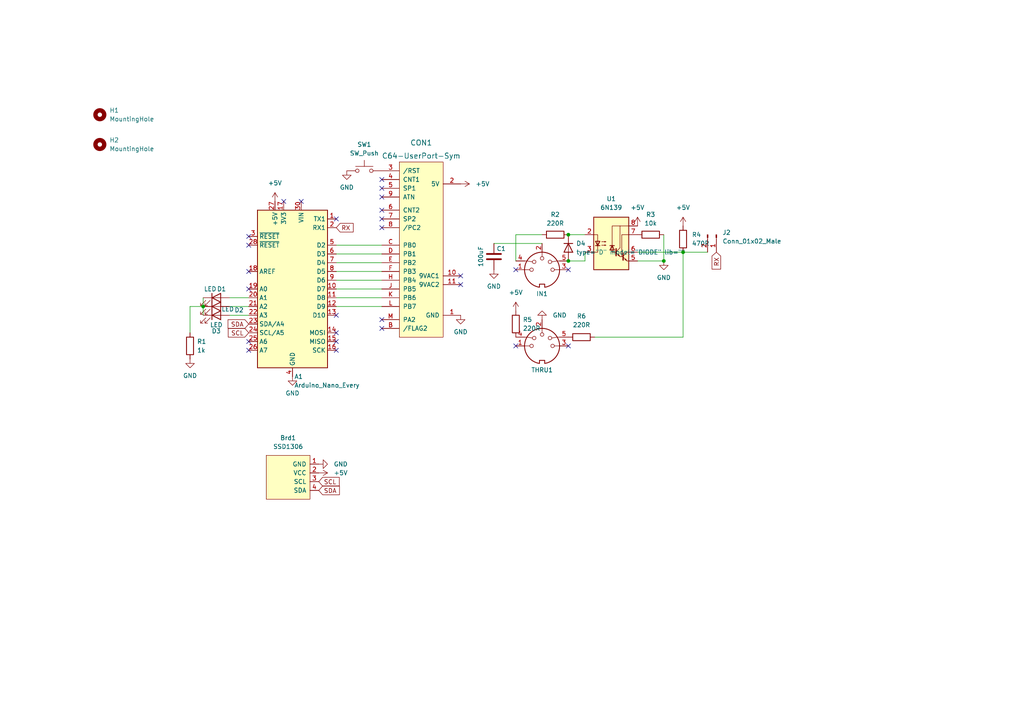
<source format=kicad_sch>
(kicad_sch (version 20211123) (generator eeschema)
  (paper "A4")
  (title_block (title "PolyTimb64 by Gelbecillo") (date "2024-04-08") (rev "1.0") (company "M.Angelini"))
  (lib_symbols
    (symbol "Connector:Conn_01x02_Male" (pin_names (offset 1.016) hide)
      (property "Reference" "J" (at 0 2.54 0))
      (property "Value" "Conn_01x02_Male" (at 0 -5.08 0))
      (symbol "Conn_01x02_Male_1_1"
        (polyline (pts (xy 1.27 -2.54) (xy 0.8636 -2.54)) (stroke (width 0.1524)))
        (polyline (pts (xy 1.27 0) (xy 0.8636 0)) (stroke (width 0.1524)))
        (rectangle (start 0.8636 -2.413) (end 0 -2.667) (stroke (width 0.1524)) (fill (type outline)))
        (rectangle (start 0.8636 0.127) (end 0 -0.127) (stroke (width 0.1524)) (fill (type outline)))
        (pin passive line (at 5.08 0 180) (length 3.81) (name "Pin_1") (number "1"))
        (pin passive line (at 5.08 -2.54 180) (length 3.81) (name "Pin_2") (number "2"))
      )
    )
    (symbol "Connector:DIN-5_180degree" (pin_names (offset 1.016))
      (property "Reference" "J" (at 3.175 5.715 0))
      (property "Value" "DIN-5_180degree" (at 0 -6.35 0))
      (symbol "DIN-5_180degree_0_1"
        (arc (start -5.08 0) (mid -3.8609 -3.3364) (end -0.762 -5.08) (stroke (width 0.254)))
        (circle (center -3.048 0) (radius 0.508))
        (circle (center -2.286 2.286) (radius 0.508))
        (polyline (pts (xy -5.08 0) (xy -3.556 0)))
        (polyline (pts (xy 0 5.08) (xy 0 3.81)))
        (polyline (pts (xy 5.08 0) (xy 3.556 0)))
        (polyline (pts (xy -5.08 2.54) (xy -4.318 2.54) (xy -2.794 2.286)))
        (polyline (pts (xy 5.08 2.54) (xy 4.318 2.54) (xy 2.794 2.286)))
        (polyline (pts (xy -0.762 -4.953) (xy -0.762 -4.191) (xy 0.762 -4.191) (xy 0.762 -4.953)) (stroke (width 0.254)))
        (circle (center 0 3.302) (radius 0.508))
        (arc (start 0.762 -5.08) (mid 3.8685 -3.343) (end 5.08 0) (stroke (width 0.254)))
        (circle (center 2.286 2.286) (radius 0.508))
        (circle (center 3.048 0) (radius 0.508))
        (arc (start 5.08 0) (mid 0 5.08) (end -5.08 0) (stroke (width 0.254)))
      )
      (symbol "DIN-5_180degree_1_1"
        (pin passive line (at -7.62 0 0) (length 2.54) (name "~") (number "1"))
        (pin passive line (at 0 7.62 270) (length 2.54) (name "~") (number "2"))
        (pin passive line (at 7.62 0 180) (length 2.54) (name "~") (number "3"))
        (pin passive line (at -7.62 2.54 0) (length 2.54) (name "~") (number "4"))
        (pin passive line (at 7.62 2.54 180) (length 2.54) (name "~") (number "5"))
      )
    )
    (symbol "Device:C" (pin_numbers hide) (pin_names (offset 0.254))
      (property "Reference" "C" (at 0.635 2.54 0))
      (property "Value" "C" (at 0.635 -2.54 0))
      (symbol "C_0_1"
        (polyline (pts (xy -2.032 -0.762) (xy 2.032 -0.762)) (stroke (width 0.508)))
        (polyline (pts (xy -2.032 0.762) (xy 2.032 0.762)) (stroke (width 0.508)))
      )
      (symbol "C_1_1"
        (pin passive line (at 0 3.81 270) (length 2.794) (name "~") (number "1"))
        (pin passive line (at 0 -3.81 90) (length 2.794) (name "~") (number "2"))
      )
    )
    (symbol "Device:LED" (pin_numbers hide) (pin_names (offset 1.016) hide)
      (property "Reference" "D" (at 0 2.54 0))
      (property "Value" "LED" (at 0 -2.54 0))
      (symbol "LED_0_1"
        (polyline (pts (xy -1.27 -1.27) (xy -1.27 1.27)) (stroke (width 0.254)))
        (polyline (pts (xy -1.27 0) (xy 1.27 0)))
        (polyline (pts (xy 1.27 -1.27) (xy 1.27 1.27) (xy -1.27 0) (xy 1.27 -1.27)) (stroke (width 0.254)))
        (polyline (pts (xy -3.048 -0.762) (xy -4.572 -2.286) (xy -3.81 -2.286) (xy -4.572 -2.286) (xy -4.572 -1.524)))
        (polyline (pts (xy -1.778 -0.762) (xy -3.302 -2.286) (xy -2.54 -2.286) (xy -3.302 -2.286) (xy -3.302 -1.524)))
      )
      (symbol "LED_1_1"
        (pin passive line (at -3.81 0 0) (length 2.54) (name "K") (number "1"))
        (pin passive line (at 3.81 0 180) (length 2.54) (name "A") (number "2"))
      )
    )
    (symbol "Device:R" (pin_numbers hide) (pin_names (offset 0))
      (property "Reference" "R" (at 2.032 0 90))
      (property "Value" "R" (at 0 0 90))
      (symbol "R_0_1"
        (rectangle (start -1.016 -2.54) (end 1.016 2.54) (stroke (width 0.254)))
      )
      (symbol "R_1_1"
        (pin passive line (at 0 3.81 270) (length 1.27) (name "~") (number "1"))
        (pin passive line (at 0 -3.81 90) (length 1.27) (name "~") (number "2"))
      )
    )
    (symbol "Isolator:6N139" (pin_names (offset 1.016) hide)
      (property "Reference" "U" (at -4.064 8.89 0))
      (property "Value" "6N139" (at 2.286 8.89 0))
      (symbol "6N139_0_1"
        (rectangle (start -5.08 7.62) (end 5.08 -7.62) (stroke (width 0.254)) (fill (type background)))
        (polyline (pts (xy -4.572 -0.635) (xy -3.302 -0.635)) (stroke (width 0.254)))
        (polyline (pts (xy 0.889 -0.635) (xy -0.381 -0.635)) (stroke (width 0.254)))
        (polyline (pts (xy 1.397 -2.667) (xy 2.54 -3.81)))
        (polyline (pts (xy 1.397 -2.413) (xy 2.54 -1.27)))
        (polyline (pts (xy 2.54 -3.81) (xy 3.175 -3.81)))
        (polyline (pts (xy 3.429 -3.937) (xy 4.572 -5.08)))
        (polyline (pts (xy 3.429 -3.683) (xy 4.572 -2.54)))
        (polyline (pts (xy 4.572 -5.08) (xy 5.08 -5.08)))
        (polyline (pts (xy 4.572 -2.54) (xy 5.08 -2.54)))
        (polyline (pts (xy 1.397 -1.524) (xy 1.397 -3.556) (xy 1.397 -3.556)) (stroke (width 0.3556)))
        (polyline (pts (xy 2.54 -1.27) (xy 2.54 5.08) (xy 5.08 5.08)))
        (polyline (pts (xy 3.429 -2.794) (xy 3.429 -4.826) (xy 3.429 -4.826)) (stroke (width 0.3556)))
        (polyline (pts (xy 5.08 2.54) (xy 3.048 2.54) (xy 3.048 -3.81)))
        (polyline (pts (xy -5.08 -2.54) (xy -3.937 -2.54) (xy -3.937 2.54) (xy -5.08 2.54)))
        (polyline (pts (xy -3.937 -0.635) (xy -4.572 0.635) (xy -3.302 0.635) (xy -3.937 -0.635)) (stroke (width 0.254)))
        (polyline (pts (xy 0.254 -0.635) (xy 0.889 -1.905) (xy -0.381 -1.905) (xy 0.254 -0.635)) (stroke (width 0.254)))
        (polyline (pts (xy 1.27 -2.54) (xy 0.254 -2.54) (xy 0.254 5.08) (xy 2.54 5.08)))
        (polyline (pts (xy 2.413 -3.683) (xy 2.159 -3.175) (xy 1.905 -3.429) (xy 2.413 -3.683)))
        (polyline (pts (xy 4.445 -4.953) (xy 4.191 -4.445) (xy 3.937 -4.699) (xy 4.445 -4.953)))
        (polyline (pts (xy -2.794 -0.508) (xy -1.524 -0.508) (xy -1.905 -0.635) (xy -1.905 -0.381) (xy -1.524 -0.508)))
        (polyline (pts (xy -2.794 0.508) (xy -1.524 0.508) (xy -1.905 0.381) (xy -1.905 0.635) (xy -1.524 0.508)))
      )
      (symbol "6N139_1_1"
        (pin no_connect line (at -5.08 5.08 0) (length 2.54) hide (name "NC") (number "1"))
        (pin passive line (at -7.62 2.54 0) (length 2.54) (name "C1") (number "2"))
        (pin passive line (at -7.62 -2.54 0) (length 2.54) (name "C2") (number "3"))
        (pin no_connect line (at -5.08 -5.08 0) (length 2.54) hide (name "NC") (number "4"))
        (pin passive line (at 7.62 -5.08 180) (length 2.54) (name "GND") (number "5"))
        (pin passive line (at 7.62 -2.54 180) (length 2.54) (name "VO2") (number "6"))
        (pin passive line (at 7.62 2.54 180) (length 2.54) (name "VO1") (number "7"))
        (pin passive line (at 7.62 5.08 180) (length 2.54) (name "VCC") (number "8"))
      )
    )
    (symbol "MCU_Module:Arduino_Nano_Every"
      (property "Reference" "A" (at -10.16 23.495 0))
      (property "Value" "Arduino_Nano_Every" (at 5.08 -24.13 0))
      (symbol "Arduino_Nano_Every_0_1"
        (rectangle (start -10.16 22.86) (end 10.16 -22.86) (stroke (width 0.254)) (fill (type background)))
      )
      (symbol "Arduino_Nano_Every_1_1"
        (pin bidirectional line (at -12.7 20.32 0) (length 2.54) (name "TX1") (number "1"))
        (pin bidirectional line (at -12.7 0 0) (length 2.54) (name "D7") (number "10"))
        (pin bidirectional line (at -12.7 -2.54 0) (length 2.54) (name "D8") (number "11"))
        (pin bidirectional line (at -12.7 -5.08 0) (length 2.54) (name "D9") (number "12"))
        (pin bidirectional line (at -12.7 -7.62 0) (length 2.54) (name "D10") (number "13"))
        (pin bidirectional line (at -12.7 -12.7 0) (length 2.54) (name "MOSI") (number "14"))
        (pin bidirectional line (at -12.7 -15.24 0) (length 2.54) (name "MISO") (number "15"))
        (pin bidirectional line (at -12.7 -17.78 0) (length 2.54) (name "SCK") (number "16"))
        (pin power_out line (at 2.54 25.4 270) (length 2.54) (name "3V3") (number "17"))
        (pin input line (at 12.7 5.08 180) (length 2.54) (name "AREF") (number "18"))
        (pin bidirectional line (at 12.7 0 180) (length 2.54) (name "A0") (number "19"))
        (pin bidirectional line (at -12.7 17.78 0) (length 2.54) (name "RX1") (number "2"))
        (pin bidirectional line (at 12.7 -2.54 180) (length 2.54) (name "A1") (number "20"))
        (pin bidirectional line (at 12.7 -5.08 180) (length 2.54) (name "A2") (number "21"))
        (pin bidirectional line (at 12.7 -7.62 180) (length 2.54) (name "A3") (number "22"))
        (pin bidirectional line (at 12.7 -10.16 180) (length 2.54) (name "SDA/A4") (number "23"))
        (pin bidirectional line (at 12.7 -12.7 180) (length 2.54) (name "SCL/A5") (number "24"))
        (pin bidirectional line (at 12.7 -15.24 180) (length 2.54) (name "A6") (number "25"))
        (pin bidirectional line (at 12.7 -17.78 180) (length 2.54) (name "A7") (number "26"))
        (pin power_out line (at 5.08 25.4 270) (length 2.54) (name "+5V") (number "27"))
        (pin input line (at 12.7 12.7 180) (length 2.54) (name "~{RESET}") (number "28"))
        (pin passive line (at 0 -25.4 90) (length 2.54) hide (name "GND") (number "29"))
        (pin input line (at 12.7 15.24 180) (length 2.54) (name "~{RESET}") (number "3"))
        (pin power_in line (at -2.54 25.4 270) (length 2.54) (name "VIN") (number "30"))
        (pin power_in line (at 0 -25.4 90) (length 2.54) (name "GND") (number "4"))
        (pin bidirectional line (at -12.7 12.7 0) (length 2.54) (name "D2") (number "5"))
        (pin bidirectional line (at -12.7 10.16 0) (length 2.54) (name "D3") (number "6"))
        (pin bidirectional line (at -12.7 7.62 0) (length 2.54) (name "D4") (number "7"))
        (pin bidirectional line (at -12.7 5.08 0) (length 2.54) (name "D5") (number "8"))
        (pin bidirectional line (at -12.7 2.54 0) (length 2.54) (name "D6") (number "9"))
      )
    )
    (symbol "Mechanical:MountingHole" (pin_names (offset 1.016))
      (property "Reference" "H" (at 0 5.08 0))
      (property "Value" "MountingHole" (at 0 3.175 0))
      (symbol "MountingHole_0_1"
        (circle (center 0 0) (radius 1.27) (stroke (width 1.27)))
      )
    )
    (symbol "Simulation_SPICE:DIODE" (pin_numbers hide) (pin_names (offset 1.016) hide)
      (property "Reference" "D" (at 0 2.54 0))
      (property "Value" "DIODE" (at 0 -2.54 0))
      (symbol "DIODE_0_1"
        (polyline (pts (xy 1.27 0) (xy -1.27 0)))
        (polyline (pts (xy 1.27 1.27) (xy 1.27 -1.27)) (stroke (width 0.254)))
        (polyline (pts (xy -1.27 -1.27) (xy -1.27 1.27) (xy 1.27 0) (xy -1.27 -1.27)) (stroke (width 0.254)))
      )
      (symbol "DIODE_1_1"
        (pin passive line (at -3.81 0 0) (length 2.54) (name "A") (number "1"))
        (pin passive line (at 3.81 0 180) (length 2.54) (name "K") (number "2"))
      )
    )
    (symbol "Switch:SW_Push" (pin_numbers hide) (pin_names (offset 1.016) hide)
      (property "Reference" "SW" (at 1.27 2.54 0))
      (property "Value" "SW_Push" (at 0 -1.524 0))
      (symbol "SW_Push_0_1"
        (circle (center -2.032 0) (radius 0.508))
        (polyline (pts (xy 0 1.27) (xy 0 3.048)))
        (polyline (pts (xy 2.54 1.27) (xy -2.54 1.27)))
        (circle (center 2.032 0) (radius 0.508))
        (pin passive line (at -5.08 0 0) (length 2.54) (name "1") (number "1"))
        (pin passive line (at 5.08 0 180) (length 2.54) (name "2") (number "2"))
      )
    )
    (symbol "hackup-commodore:C64-UserPort-Sym" (pin_names (offset 1.016))
      (property "Reference" "CON" (at 8.89 40.64 0))
      (property "Value" "C64-UserPort-Sym" (at 0 -10.16 0))
      (symbol "C64-UserPort-Sym_0_1"
        (rectangle (start -6.35 -8.89) (end 6.35 41.91) (fill (type background)))
        (rectangle (start 6.35 -2.54) (end 6.35 -2.54))
      )
      (symbol "C64-UserPort-Sym_1_1"
        (pin power_out line (at 11.43 -2.54 180) (length 5.08) (name "GND") (number "1"))
        (pin power_out line (at 11.43 8.89 180) (length 5.08) (name "9VAC1") (number "10"))
        (pin power_out line (at 11.43 6.35 180) (length 5.08) (name "9VAC2") (number "11"))
        (pin power_out line (at 11.43 35.56 180) (length 5.08) (name "5V") (number "2"))
        (pin bidirectional line (at -11.43 39.37 0) (length 5.08) (name "/RST") (number "3"))
        (pin input line (at -11.43 36.83 0) (length 5.08) (name "CNT1") (number "4"))
        (pin bidirectional line (at -11.43 34.29 0) (length 5.08) (name "SP1") (number "5"))
        (pin input line (at -11.43 27.94 0) (length 5.08) (name "CNT2") (number "6"))
        (pin bidirectional line (at -11.43 25.4 0) (length 5.08) (name "SP2") (number "7"))
        (pin input line (at -11.43 22.86 0) (length 5.08) (name "/PC2") (number "8"))
        (pin output line (at -11.43 31.75 0) (length 5.08) (name "ATN") (number "9"))
        (pin input line (at -11.43 -6.35 0) (length 5.08) (name "/FLAG2") (number "B"))
        (pin bidirectional line (at -11.43 17.78 0) (length 5.08) (name "PB0") (number "C"))
        (pin bidirectional line (at -11.43 15.24 0) (length 5.08) (name "PB1") (number "D"))
        (pin bidirectional line (at -11.43 12.7 0) (length 5.08) (name "PB2") (number "E"))
        (pin bidirectional line (at -11.43 10.16 0) (length 5.08) (name "PB3") (number "F"))
        (pin bidirectional line (at -11.43 7.62 0) (length 5.08) (name "PB4") (number "H"))
        (pin bidirectional line (at -11.43 5.08 0) (length 5.08) (name "PB5") (number "J"))
        (pin bidirectional line (at -11.43 2.54 0) (length 5.08) (name "PB6") (number "K"))
        (pin bidirectional line (at -11.43 0 0) (length 5.08) (name "PB7") (number "L"))
        (pin bidirectional line (at -11.43 -3.81 0) (length 5.08) (name "PA2") (number "M"))
      )
    )
    (symbol "oled:SSD1306" (pin_names (offset 1.016))
      (property "Reference" "Brd" (at 0 -3.81 0))
      (property "Value" "SSD1306" (at 0 -1.27 0))
      (symbol "SSD1306_0_1"
        (rectangle (start -6.35 6.35) (end 6.35 -6.35) (fill (type background)))
      )
      (symbol "SSD1306_1_1"
        (pin input line (at -3.81 8.89 270) (length 2.54) (name "GND") (number "1"))
        (pin input line (at -1.27 8.89 270) (length 2.54) (name "VCC") (number "2"))
        (pin input line (at 1.27 8.89 270) (length 2.54) (name "SCL") (number "3"))
        (pin input line (at 3.81 8.89 270) (length 2.54) (name "SDA") (number "4"))
      )
    )
    (symbol "power:+5V" (power) (pin_names (offset 0))
      (property "Value" "+5V" (at 0 3.556 0))
      (symbol "+5V_0_1"
        (polyline (pts (xy -0.762 1.27) (xy 0 2.54)))
        (polyline (pts (xy 0 0) (xy 0 2.54)))
        (polyline (pts (xy 0 2.54) (xy 0.762 1.27)))
      )
      (symbol "+5V_1_1"
        (pin power_in line (at 0 0 90) (length 0) hide (name "+5V") (number "1"))
      )
    )
    (symbol "power:GND" (power) (pin_names (offset 0))
      (property "Value" "GND" (at 0 -3.81 0))
      (symbol "GND_0_1"
        (polyline (pts (xy 0 0) (xy 0 -1.27) (xy 1.27 -1.27) (xy 0 -2.54) (xy -1.27 -1.27) (xy 0 -1.27)))
      )
      (symbol "GND_1_1"
        (pin power_in line (at 0 0 270) (length 0) hide (name "GND") (number "1"))
      )
    )
  )
  (junction (at 198.12 73.152))
  (junction (at 164.846 68.072))
  (junction (at 192.532 75.692))
  (junction (at 58.928 88.9))
  (junction (at 164.846 75.692))
  (no_connect (at 164.846 78.232))
  (no_connect (at 149.606 100.33))
  (no_connect (at 87.376 58.42))
  (no_connect (at 149.606 78.232))
  (no_connect (at 97.536 96.52))
  (no_connect (at 110.744 57.15))
  (no_connect (at 72.136 99.06))
  (no_connect (at 110.744 63.5))
  (no_connect (at 133.604 82.55))
  (no_connect (at 110.744 60.96))
  (no_connect (at 164.846 100.33))
  (no_connect (at 110.744 95.25))
  (no_connect (at 72.136 83.82))
  (no_connect (at 82.296 58.42))
  (no_connect (at 110.744 52.07))
  (no_connect (at 133.604 80.01))
  (no_connect (at 72.136 78.74))
  (no_connect (at 110.744 92.71))
  (no_connect (at 97.536 63.5))
  (no_connect (at 72.136 101.6))
  (no_connect (at 97.536 101.6))
  (no_connect (at 97.536 91.44))
  (no_connect (at 110.744 66.04))
  (no_connect (at 97.536 99.06))
  (no_connect (at 72.136 68.58))
  (no_connect (at 72.136 71.12))
  (no_connect (at 110.744 54.61))
  (wire (pts (xy 97.536 88.9) (xy 110.744 88.9)))
  (wire (pts (xy 143.256 70.612) (xy 157.226 70.612)))
  (wire (pts (xy 97.536 71.12) (xy 110.744 71.12)))
  (wire (pts (xy 55.118 88.9) (xy 58.928 88.9)))
  (wire (pts (xy 66.548 91.44) (xy 72.136 91.44)))
  (wire (pts (xy 149.606 68.072) (xy 157.226 68.072)))
  (wire (pts (xy 58.928 86.36) (xy 58.928 88.9)))
  (wire (pts (xy 192.532 75.692) (xy 184.912 75.692)))
  (wire (pts (xy 66.548 88.9) (xy 72.136 88.9)))
  (wire (pts (xy 97.536 83.82) (xy 110.744 83.82)))
  (wire (pts (xy 97.536 78.74) (xy 110.744 78.74)))
  (wire (pts (xy 97.536 81.28) (xy 110.744 81.28)))
  (wire (pts (xy 172.466 97.79) (xy 198.12 97.79)))
  (wire (pts (xy 169.672 75.692) (xy 164.846 75.692)))
  (wire (pts (xy 184.912 73.152) (xy 198.12 73.152)))
  (wire (pts (xy 192.532 68.072) (xy 192.532 75.692)))
  (wire (pts (xy 169.672 73.152) (xy 169.672 75.692)))
  (wire (pts (xy 66.548 86.36) (xy 72.136 86.36)))
  (wire (pts (xy 149.606 75.692) (xy 149.606 68.072)))
  (wire (pts (xy 97.536 86.36) (xy 110.744 86.36)))
  (wire (pts (xy 58.928 88.9) (xy 58.928 91.44)))
  (wire (pts (xy 97.536 73.66) (xy 110.744 73.66)))
  (wire (pts (xy 97.536 76.2) (xy 110.744 76.2)))
  (wire (pts (xy 198.12 73.152) (xy 205.232 73.152)))
  (wire (pts (xy 164.846 68.072) (xy 169.672 68.072)))
  (wire (pts (xy 198.12 97.79) (xy 198.12 73.152)))
  (wire (pts (xy 55.118 96.52) (xy 55.118 88.9)))
  (global_label "RX" (shape input) (at 207.772 73.152 270) (property "Intersheet References" "${INTERSHEET_REFS}" (effects hide)))
  (global_label "RX" (shape input) (at 97.536 66.04 0) (property "Intersheet References" "${INTERSHEET_REFS}" (effects hide)))
  (global_label "SCL" (shape input) (at 72.136 96.52 180) (property "Intersheet References" "${INTERSHEET_REFS}" (effects hide)))
  (global_label "SDA" (shape input) (at 92.456 142.24 0) (property "Intersheet References" "${INTERSHEET_REFS}" (effects hide)))
  (global_label "SDA" (shape input) (at 72.136 93.98 180) (property "Intersheet References" "${INTERSHEET_REFS}" (effects hide)))
  (global_label "SCL" (shape input) (at 92.456 139.7 0) (property "Intersheet References" "${INTERSHEET_REFS}" (effects hide)))
  (symbol (lib_id "oled:SSD1306") (at 83.566 138.43 270) (unit 1)
    (property "Reference" "Brd1" (at 83.566 127 90))
    (property "Value" "SSD1306" (at 83.566 129.54 90))
    (property "Footprint" "oled:128x64OLED_I2C" (effects hide))
  )
  (symbol (lib_id "power:GND") (at 192.532 75.692 0) (unit 1)
    (property "Reference" "#PWR06" (effects hide))
    (property "Value" "GND" (at 192.532 80.518 0))
  )
  (symbol (lib_id "power:GND") (at 92.456 134.62 90) (unit 1)
    (property "Reference" "#PWR08" (effects hide))
    (property "Value" "GND" (at 96.774 134.6199 90) (effects (justify right)))
  )
  (symbol (lib_id "Device:LED") (at 62.738 86.36 0) (unit 1)
    (property "Reference" "D1" (at 64.262 83.82 0))
    (property "Value" "LED" (at 60.96 83.82 0))
    (property "Footprint" "LED_THT:LED_D3.0mm" (effects hide))
  )
  (symbol (lib_id "power:+5V") (at 92.456 137.16 270) (unit 1)
    (property "Reference" "#PWR09" (effects hide))
    (property "Value" "+5V" (at 96.774 137.1599 90) (effects (justify left)))
  )
  (symbol (lib_id "power:GND") (at 100.584 49.53 0) (unit 1)
    (property "Reference" "#PWR02" (effects hide))
    (property "Value" "GND" (at 100.584 54.356 0))
  )
  (symbol (lib_id "Device:R") (at 55.118 100.33 0) (unit 1)
    (property "Reference" "R1" (at 57.15 99.0599 0) (effects (justify left)))
    (property "Value" "1k" (at 57.15 101.5999 0) (effects (justify left)))
    (property "Footprint" "Resistor_THT:R_Axial_DIN0207_L6.3mm_D2.5mm_P7.62mm_Horizontal" (effects hide))
  )
  (symbol (lib_id "power:+5V") (at 198.12 65.532 0) (unit 1)
    (property "Reference" "#PWR07" (effects hide))
    (property "Value" "+5V" (at 198.12 60.198 0))
  )
  (symbol (lib_id "power:GND") (at 133.604 91.44 0) (unit 1)
    (property "Reference" "#PWR04" (effects hide))
    (property "Value" "GND" (at 133.604 96.266 0))
  )
  (symbol (lib_id "power:GND") (at 143.256 78.232 0) (unit 1)
    (property "Reference" "#PWR0103" (effects hide))
    (property "Value" "GND" (at 143.256 83.058 0))
  )
  (symbol (lib_id "Isolator:6N139") (at 177.292 70.612 0) (unit 1)
    (property "Reference" "U1" (at 177.292 57.658 0))
    (property "Value" "6N139" (at 177.292 60.198 0))
    (property "Footprint" "digikey-footprints:DIP-8_W7.62mm" (effects hide))
    (property "Datasheet" "http://www.onsemi.com/pub/Collateral/HCPL2731-D.pdf" (effects hide))
  )
  (symbol (lib_id "power:+5V") (at 149.606 90.17 0) (unit 1)
    (property "Reference" "#PWR010" (effects hide))
    (property "Value" "+5V" (at 149.606 84.836 0))
  )
  (symbol (lib_id "Device:LED") (at 62.738 91.44 0) (unit 1)
    (property "Reference" "D3" (at 62.738 96.012 0))
    (property "Value" "LED" (at 62.738 94.234 0))
    (property "Footprint" "LED_THT:LED_D3.0mm" (effects hide))
  )
  (symbol (lib_id "Device:R") (at 161.036 68.072 90) (unit 1)
    (property "Reference" "R2" (at 161.036 62.23 90))
    (property "Value" "220R" (at 161.036 64.77 90))
    (property "Footprint" "Resistor_THT:R_Axial_DIN0207_L6.3mm_D2.5mm_P7.62mm_Horizontal" (effects hide))
  )
  (symbol (lib_id "Device:R") (at 149.606 93.98 180) (unit 1)
    (property "Reference" "R5" (at 151.638 92.7099 0) (effects (justify right)))
    (property "Value" "220R" (at 151.638 95.2499 0) (effects (justify right)))
    (property "Footprint" "Resistor_THT:R_Axial_DIN0207_L6.3mm_D2.5mm_P7.62mm_Horizontal" (effects hide))
  )
  (symbol (lib_id "power:+5V") (at 79.756 58.42 0) (unit 1)
    (property "Reference" "#PWR0102" (effects hide))
    (property "Value" "+5V" (at 79.756 53.086 0))
  )
  (symbol (lib_id "power:+5V") (at 184.912 65.532 0) (unit 1)
    (property "Reference" "#PWR05" (effects hide))
    (property "Value" "+5V" (at 184.912 60.198 0))
  )
  (symbol (lib_id "power:GND") (at 55.118 104.14 0) (unit 1)
    (property "Reference" "#PWR01" (effects hide))
    (property "Value" "GND" (at 55.118 108.966 0))
  )
  (symbol (lib_id "Device:R") (at 168.656 97.79 90) (unit 1)
    (property "Reference" "R6" (at 168.656 91.694 90))
    (property "Value" "220R" (at 168.656 94.234 90))
    (property "Footprint" "Resistor_THT:R_Axial_DIN0207_L6.3mm_D2.5mm_P7.62mm_Horizontal" (effects hide))
  )
  (symbol (lib_id "power:+5V") (at 133.604 53.34 270) (unit 1)
    (property "Reference" "#PWR03" (effects hide))
    (property "Value" "+5V" (at 137.922 53.3399 90) (effects (justify left)))
  )
  (symbol (lib_id "Connector:DIN-5_180degree") (at 157.226 100.33 0) (unit 1)
    (property "Reference" "THRU1" (at 157.226 107.315 0))
    (property "Value" "DIN-5_180degree" (effects hide))
    (property "Footprint" "arduino:DIN-5-midi" (effects hide))
    (property "Datasheet" "http://www.mouser.com/ds/2/18/40_c091_abd_e-75918.pdf" (effects hide))
  )
  (symbol (lib_id "MCU_Module:Arduino_Nano_Every") (at 84.836 83.82 0) (mirror y) (unit 1)
    (property "Reference" "A1" (at 85.3566 109.22 0) (effects (justify right)))
    (property "Value" "Arduino_Nano_Every" (at 85.3566 111.76 0) (effects (justify right)))
    (property "Footprint" "Module:Arduino_Nano" (effects hide))
    (property "Datasheet" "https://content.arduino.cc/assets/NANOEveryV3.0_sch.pdf" (effects hide))
  )
  (symbol (lib_id "power:GND") (at 157.226 92.71 180) (unit 1)
    (property "Reference" "#PWR011" (effects hide))
    (property "Value" "GND" (at 160.274 91.4399 0) (effects (justify right)))
  )
  (symbol (lib_id "Device:R") (at 198.12 69.342 0) (unit 1)
    (property "Reference" "R4" (at 200.66 68.0719 0) (effects (justify left)))
    (property "Value" "470R" (at 200.66 70.6119 0) (effects (justify left)))
    (property "Footprint" "Resistor_THT:R_Axial_DIN0207_L6.3mm_D2.5mm_P7.62mm_Horizontal" (effects hide))
  )
  (symbol (lib_id "Mechanical:MountingHole") (at 28.956 41.91 0) (unit 1)
    (property "Reference" "H2" (at 31.75 40.6399 0) (effects (justify left)))
    (property "Value" "MountingHole" (at 31.75 43.1799 0) (effects (justify left)))
    (property "Footprint" "MountingHole:MountingHole_3.2mm_M3_DIN965_Pad_TopBottom" (effects hide))
  )
  (symbol (lib_id "Mechanical:MountingHole") (at 28.956 33.274 0) (unit 1)
    (property "Reference" "H1" (at 31.75 32.0039 0) (effects (justify left)))
    (property "Value" "MountingHole" (at 31.75 34.5439 0) (effects (justify left)))
    (property "Footprint" "MountingHole:MountingHole_3.2mm_M3_DIN965_Pad_TopBottom" (effects hide))
  )
  (symbol (lib_id "Device:C") (at 143.256 74.422 0) (unit 1)
    (property "Reference" "C1" (at 144.018 72.136 0) (effects (justify left)))
    (property "Value" "100uF" (at 139.446 77.47 90) (effects (justify left)))
    (property "Footprint" "Capacitor_THT:C_Disc_D5.1mm_W3.2mm_P5.00mm" (effects hide))
  )
  (symbol (lib_id "power:GND") (at 84.836 109.22 0) (unit 1)
    (property "Reference" "#PWR0101" (effects hide))
    (property "Value" "GND" (at 84.836 114.046 0))
  )
  (symbol (lib_id "Device:LED") (at 62.738 88.9 0) (unit 1)
    (property "Reference" "D2" (at 69.342 89.916 0))
    (property "Value" "LED" (at 66.04 89.662 0))
    (property "Footprint" "LED_THT:LED_D3.0mm" (effects hide))
  )
  (symbol (lib_id "Switch:SW_Push") (at 105.664 49.53 0) (unit 1)
    (property "Reference" "SW1" (at 105.664 41.91 0))
    (property "Value" "SW_Push" (at 105.664 44.45 0))
    (property "Footprint" "Button_Switch_THT:SW_Tactile_SPST_Angled_PTS645Vx58-2LFS" (effects hide))
  )
  (symbol (lib_id "hackup-commodore:C64-UserPort-Sym") (at 122.174 88.9 0) (unit 1)
    (property "Reference" "CON1" (at 122.174 41.402 0) (effects (font (size 1.524 1.524))))
    (property "Value" "C64-UserPort-Sym" (at 122.174 45.212 0) (effects (font (size 1.524 1.524))))
    (property "Footprint" "Hackup_Commodore:C64-User-Port-Female_Single-GND" (effects hide))
  )
  (symbol (lib_id "Device:R") (at 188.722 68.072 90) (unit 1)
    (property "Reference" "R3" (at 188.722 62.23 90))
    (property "Value" "10k" (at 188.722 64.77 90))
    (property "Footprint" "Resistor_THT:R_Axial_DIN0207_L6.3mm_D2.5mm_P7.62mm_Horizontal" (effects hide))
  )
  (symbol (lib_id "Connector:Conn_01x02_Male") (at 207.772 68.072 270) (unit 1)
    (property "Reference" "J2" (at 209.55 67.4369 90) (effects (justify left)))
    (property "Value" "Conn_01x02_Male" (at 209.55 69.9769 90) (effects (justify left)))
    (property "Footprint" "Connector_PinHeader_2.54mm:PinHeader_1x02_P2.54mm_Vertical" (effects hide))
  )
  (symbol (lib_id "Simulation_SPICE:DIODE") (at 164.846 71.882 90) (unit 1)
    (property "Reference" "D4" (at 167.132 70.6119 90) (effects (justify right)))
    (property "Value" "DIODE" (at 167.132 73.1519 90) (effects (justify right)))
    (property "Footprint" "Diode_THT:D_DO-35_SOD27_P7.62mm_Horizontal" (effects hide))
    (property "Spice_Netlist_Enabled" "Y" (effects hide))
    (property "Spice_Primitive" "D" (effects hide))
  )
  (symbol (lib_id "Connector:DIN-5_180degree") (at 157.226 78.232 0) (unit 1)
    (property "Reference" "IN1" (at 157.226 85.217 0))
    (property "Value" "DIN-5_180degree" (effects hide))
    (property "Footprint" "arduino:DIN-5-midi" (effects hide))
    (property "Datasheet" "http://www.mouser.com/ds/2/18/40_c091_abd_e-75918.pdf" (effects hide))
  )
)
</source>
